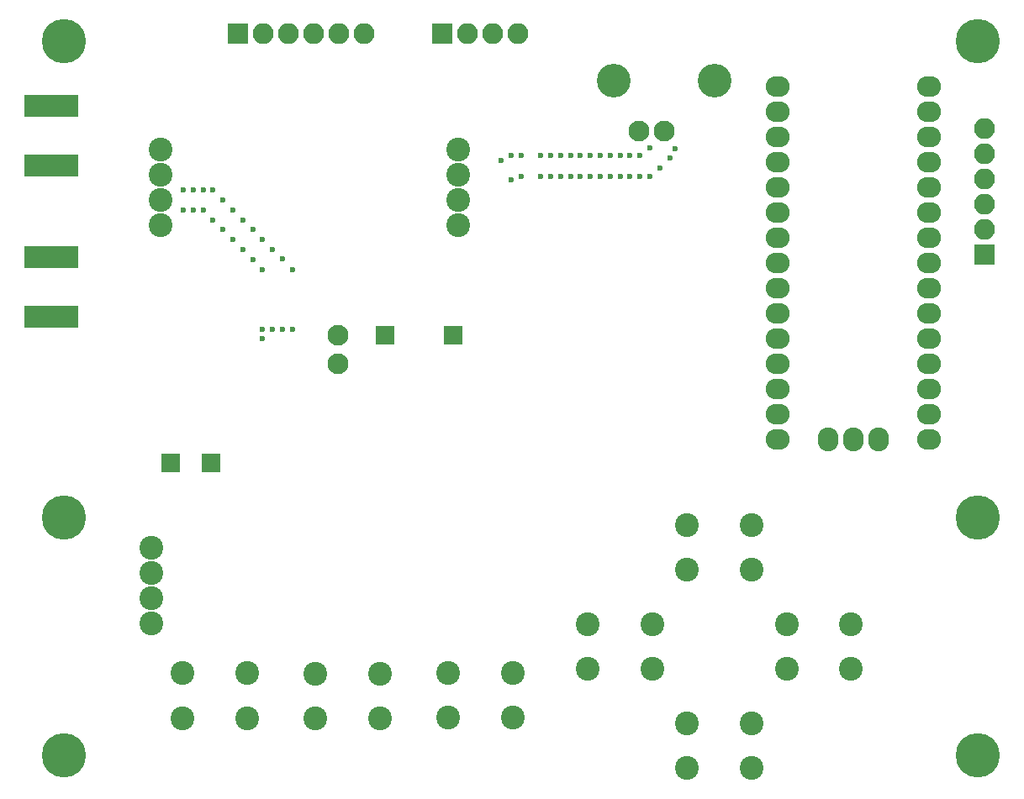
<source format=gbs>
G04 #@! TF.FileFunction,Soldermask,Bot*
%FSLAX46Y46*%
G04 Gerber Fmt 4.6, Leading zero omitted, Abs format (unit mm)*
G04 Created by KiCad (PCBNEW 4.0.7-e2-6376~58~ubuntu16.04.1) date Sat Dec 30 18:25:35 2017*
%MOMM*%
%LPD*%
G01*
G04 APERTURE LIST*
%ADD10C,0.100000*%
%ADD11C,0.600000*%
%ADD12C,4.464000*%
%ADD13R,1.900000X1.900000*%
%ADD14R,5.480000X2.200000*%
%ADD15C,0.700000*%
%ADD16R,2.100000X2.100000*%
%ADD17O,2.100000X2.100000*%
%ADD18C,2.100000*%
%ADD19C,2.400000*%
%ADD20O,2.400000X2.100000*%
%ADD21O,2.100000X2.400000*%
%ADD22C,3.399740*%
G04 APERTURE END LIST*
D10*
D11*
X162000000Y-65500000D03*
X161000000Y-65500000D03*
X160000000Y-65500000D03*
X159000000Y-65500000D03*
X158000000Y-65500000D03*
X157000000Y-65500000D03*
X156000000Y-65500000D03*
X155000000Y-65500000D03*
X154000000Y-65500000D03*
X153000000Y-65500000D03*
X163000000Y-64750000D03*
X165500000Y-64800000D03*
X165000000Y-65800000D03*
X164000000Y-66750000D03*
X163000000Y-67650000D03*
X162000000Y-67650000D03*
X161000000Y-67650000D03*
X160000000Y-67650000D03*
X159000000Y-67650000D03*
X158000000Y-67650000D03*
X157000000Y-67650000D03*
X156000000Y-67650000D03*
X155000000Y-67650000D03*
X154000000Y-67650000D03*
X153000000Y-67650000D03*
X152000000Y-65500000D03*
X150000000Y-67650000D03*
X150000000Y-65500000D03*
X149000000Y-65500000D03*
X149000000Y-68000000D03*
X152000000Y-67650000D03*
X148000000Y-66000000D03*
X127000000Y-77000000D03*
X126000000Y-75950000D03*
X125000000Y-75000000D03*
X124000000Y-74000000D03*
X123000000Y-73000000D03*
X122000000Y-72000000D03*
X121000000Y-71000000D03*
X120000000Y-70000000D03*
X119000000Y-69000000D03*
X118000000Y-69000000D03*
X117000000Y-69000000D03*
X116000000Y-69000000D03*
X116000000Y-71000000D03*
X117000000Y-71000000D03*
X118000000Y-71000000D03*
X119000000Y-72000000D03*
X120000000Y-73000000D03*
X121000000Y-74000000D03*
X123000000Y-76000000D03*
X122000000Y-75000000D03*
X124000000Y-77000000D03*
X127000000Y-83000000D03*
X126000000Y-83000000D03*
X125000000Y-83000000D03*
X124000000Y-83000000D03*
D12*
X196000000Y-102000000D03*
X104000000Y-102000000D03*
X104000000Y-54000000D03*
X104000000Y-126000000D03*
X196000000Y-126000000D03*
D13*
X118800000Y-96500000D03*
X143200000Y-83600000D03*
X136300000Y-83600000D03*
D14*
X102750000Y-81800000D03*
D15*
X100710000Y-81800000D03*
X104710000Y-81800000D03*
X103710000Y-81300000D03*
X103710000Y-82300000D03*
X102710000Y-81800000D03*
X101710000Y-81300000D03*
X101710000Y-82300000D03*
X100710000Y-75800000D03*
X104710000Y-75800000D03*
X103710000Y-75300000D03*
X103710000Y-76300000D03*
X102710000Y-75800000D03*
X101710000Y-75300000D03*
X101710000Y-76300000D03*
D14*
X102750000Y-75800000D03*
X102740000Y-66500000D03*
D15*
X100700000Y-66500000D03*
X104700000Y-66500000D03*
X103700000Y-66000000D03*
X103700000Y-67000000D03*
X102700000Y-66500000D03*
X101700000Y-66000000D03*
X101700000Y-67000000D03*
X100700000Y-60500000D03*
X104700000Y-60500000D03*
X103700000Y-60000000D03*
X103700000Y-61000000D03*
X102700000Y-60500000D03*
X101700000Y-60000000D03*
X101700000Y-61000000D03*
D14*
X102740000Y-60500000D03*
D16*
X142060000Y-53200000D03*
D17*
X144600000Y-53200000D03*
X147140000Y-53200000D03*
X149680000Y-53200000D03*
D13*
X114700000Y-96500000D03*
D18*
X131600000Y-83600000D03*
X131600000Y-86500000D03*
D19*
X113700000Y-67430000D03*
X143700000Y-67430000D03*
X113700000Y-64890000D03*
X113700000Y-69970000D03*
X143700000Y-64890000D03*
X143700000Y-69970000D03*
X113700000Y-72510000D03*
X143700000Y-72510000D03*
X156750000Y-112750000D03*
X163250000Y-112750000D03*
X156750000Y-117250000D03*
X163250000Y-117250000D03*
X115900000Y-117700000D03*
X122400000Y-117700000D03*
X115900000Y-122200000D03*
X122400000Y-122200000D03*
X173250000Y-127250000D03*
X166750000Y-127250000D03*
X173250000Y-122750000D03*
X166750000Y-122750000D03*
X173250000Y-107250000D03*
X166750000Y-107250000D03*
X173250000Y-102750000D03*
X166750000Y-102750000D03*
X135780000Y-122250000D03*
X129280000Y-122250000D03*
X135780000Y-117750000D03*
X129280000Y-117750000D03*
X183250000Y-117250000D03*
X176750000Y-117250000D03*
X183250000Y-112750000D03*
X176750000Y-112750000D03*
X149150000Y-122150000D03*
X142650000Y-122150000D03*
X149150000Y-117650000D03*
X142650000Y-117650000D03*
X112800000Y-112710000D03*
X112800000Y-110170000D03*
X112800000Y-107630000D03*
X112800000Y-105090000D03*
D20*
X191100000Y-94120000D03*
X175900000Y-94120000D03*
X191100000Y-91580000D03*
X175900000Y-91580000D03*
X191100000Y-89040000D03*
X175900000Y-89040000D03*
X191100000Y-86500000D03*
X175900000Y-86500000D03*
X191100000Y-83960000D03*
X175900000Y-83960000D03*
X191100000Y-81420000D03*
X175900000Y-81420000D03*
X191100000Y-78880000D03*
X175900000Y-78880000D03*
X191100000Y-76340000D03*
X175900000Y-76340000D03*
X191100000Y-73800000D03*
X175900000Y-73800000D03*
X191100000Y-71260000D03*
X175900000Y-71260000D03*
X191100000Y-68720000D03*
X175900000Y-68720000D03*
X191100000Y-66180000D03*
X175900000Y-66180000D03*
X191100000Y-63640000D03*
X175900000Y-63640000D03*
X191100000Y-61100000D03*
X175900000Y-61100000D03*
X191100000Y-58560000D03*
X175900000Y-58560000D03*
D21*
X186040000Y-94120000D03*
X183500000Y-94120000D03*
X180960000Y-94120000D03*
D22*
X159320000Y-58000000D03*
X169480000Y-58000000D03*
D18*
X164400000Y-63080000D03*
X161860000Y-63080000D03*
D12*
X196000000Y-54000000D03*
D16*
X121480000Y-53200000D03*
D17*
X124020000Y-53200000D03*
X126560000Y-53200000D03*
X129100000Y-53200000D03*
X131640000Y-53200000D03*
X134180000Y-53200000D03*
D16*
X196700000Y-75480000D03*
D17*
X196700000Y-72940000D03*
X196700000Y-70400000D03*
X196700000Y-67860000D03*
X196700000Y-65320000D03*
X196700000Y-62780000D03*
D11*
X124000000Y-84000000D03*
M02*

</source>
